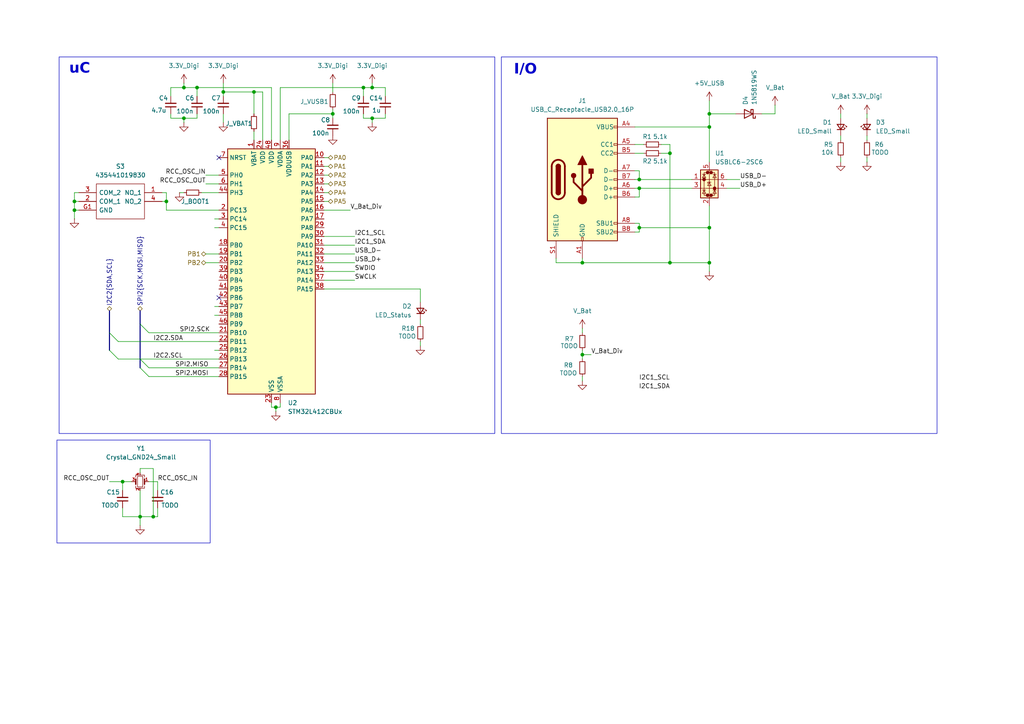
<source format=kicad_sch>
(kicad_sch (version 20231120) (generator "eeschema") (generator_version "8.0")
  (paper "A4")
  (lib_symbols
    (symbol "Connector:USB_C_Receptacle_USB2.0_16P" (pin_names (offset 1.016))
      (property "Reference" "J" (at 0 22.225 0))
      (property "Value" "USB_C_Receptacle_USB2.0_16P" (at 0 19.685 0))
      (symbol "USB_C_Receptacle_USB2.0_16P_0_0"
        (rectangle (start -0.254 -17.78) (end 0.254 -16.764))
        (rectangle (start 10.16 -14.986) (end 9.144 -15.494))
        (rectangle (start 10.16 -12.446) (end 9.144 -12.954))
        (rectangle (start 10.16 -4.826) (end 9.144 -5.334))
        (rectangle (start 10.16 -2.286) (end 9.144 -2.794))
        (rectangle (start 10.16 0.254) (end 9.144 -0.254))
        (rectangle (start 10.16 2.794) (end 9.144 2.286))
        (rectangle (start 10.16 7.874) (end 9.144 7.366))
        (rectangle (start 10.16 10.414) (end 9.144 9.906))
        (rectangle (start 10.16 15.494) (end 9.144 14.986))
      )
      (symbol "USB_C_Receptacle_USB2.0_16P_0_1"
        (rectangle (start -10.16 17.78) (end 10.16 -17.78) (stroke (width 0.254)) (fill (type background)))
        (arc (start -8.89 -3.81) (mid -6.985 -5.7067) (end -5.08 -3.81) (stroke (width 0.508)))
        (arc (start -7.62 -3.81) (mid -6.985 -4.4423) (end -6.35 -3.81) (stroke (width 0.254)))
        (arc (start -7.62 -3.81) (mid -6.985 -4.4423) (end -6.35 -3.81) (stroke (width 0.254)) (fill (type outline)))
        (rectangle (start -7.62 -3.81) (end -6.35 3.81) (stroke (width 0.254)) (fill (type outline)))
        (arc (start -6.35 3.81) (mid -6.985 4.4423) (end -7.62 3.81) (stroke (width 0.254)))
        (arc (start -6.35 3.81) (mid -6.985 4.4423) (end -7.62 3.81) (stroke (width 0.254)) (fill (type outline)))
        (arc (start -5.08 3.81) (mid -6.985 5.7067) (end -8.89 3.81) (stroke (width 0.508)))
        (circle (center -2.54 1.143) (radius 0.635) (stroke (width 0.254)) (fill (type outline)))
        (circle (center 0 -5.842) (radius 1.27) (fill (type outline)))
        (polyline (pts (xy -8.89 -3.81) (xy -8.89 3.81)) (stroke (width 0.508)))
        (polyline (pts (xy -5.08 3.81) (xy -5.08 -3.81)) (stroke (width 0.508)))
        (polyline (pts (xy 0 -5.842) (xy 0 4.318)) (stroke (width 0.508)))
        (polyline (pts (xy 0 -3.302) (xy -2.54 -0.762) (xy -2.54 0.508)) (stroke (width 0.508)))
        (polyline (pts (xy 0 -2.032) (xy 2.54 0.508) (xy 2.54 1.778)) (stroke (width 0.508)))
        (polyline (pts (xy -1.27 4.318) (xy 0 6.858) (xy 1.27 4.318) (xy -1.27 4.318)) (stroke (width 0.254)) (fill (type outline)))
        (rectangle (start 1.905 1.778) (end 3.175 3.048) (stroke (width 0.254)) (fill (type outline)))
      )
      (symbol "USB_C_Receptacle_USB2.0_16P_1_1"
        (pin passive line (at 0 -22.86 90) (length 5.08) (name "GND") (number "A1"))
        (pin passive line (at 0 -22.86 90) (length 5.08) hide (name "GND") (number "A12"))
        (pin passive line (at 15.24 15.24 180) (length 5.08) (name "VBUS") (number "A4"))
        (pin bidirectional line (at 15.24 10.16 180) (length 5.08) (name "CC1") (number "A5"))
        (pin bidirectional line (at 15.24 -2.54 180) (length 5.08) (name "D+") (number "A6"))
        (pin bidirectional line (at 15.24 2.54 180) (length 5.08) (name "D-") (number "A7"))
        (pin bidirectional line (at 15.24 -12.7 180) (length 5.08) (name "SBU1") (number "A8"))
        (pin passive line (at 15.24 15.24 180) (length 5.08) hide (name "VBUS") (number "A9"))
        (pin passive line (at 0 -22.86 90) (length 5.08) hide (name "GND") (number "B1"))
        (pin passive line (at 0 -22.86 90) (length 5.08) hide (name "GND") (number "B12"))
        (pin passive line (at 15.24 15.24 180) (length 5.08) hide (name "VBUS") (number "B4"))
        (pin bidirectional line (at 15.24 7.62 180) (length 5.08) (name "CC2") (number "B5"))
        (pin bidirectional line (at 15.24 -5.08 180) (length 5.08) (name "D+") (number "B6"))
        (pin bidirectional line (at 15.24 0 180) (length 5.08) (name "D-") (number "B7"))
        (pin bidirectional line (at 15.24 -15.24 180) (length 5.08) (name "SBU2") (number "B8"))
        (pin passive line (at 15.24 15.24 180) (length 5.08) hide (name "VBUS") (number "B9"))
        (pin passive line (at -7.62 -22.86 90) (length 5.08) (name "SHIELD") (number "S1"))
      )
    )
    (symbol "Device:C_Small" (pin_numbers hide) (pin_names (offset 0.254) hide)
      (property "Reference" "C" (at 0.254 1.778 0))
      (property "Value" "C_Small" (at 0.254 -2.032 0))
      (symbol "C_Small_0_1"
        (polyline (pts (xy -1.524 -0.508) (xy 1.524 -0.508)) (stroke (width 0.3302)))
        (polyline (pts (xy -1.524 0.508) (xy 1.524 0.508)) (stroke (width 0.3048)))
      )
      (symbol "C_Small_1_1"
        (pin passive line (at 0 2.54 270) (length 2.032) (name "~") (number "1"))
        (pin passive line (at 0 -2.54 90) (length 2.032) (name "~") (number "2"))
      )
    )
    (symbol "Device:Crystal_GND24_Small" (pin_names (offset 1.016) hide)
      (property "Reference" "Y" (at 1.27 4.445 0))
      (property "Value" "Crystal_GND24_Small" (at 1.27 2.54 0))
      (symbol "Crystal_GND24_Small_0_1"
        (rectangle (start -0.762 -1.524) (end 0.762 1.524))
        (polyline (pts (xy -1.27 -0.762) (xy -1.27 0.762)) (stroke (width 0.381)))
        (polyline (pts (xy 1.27 -0.762) (xy 1.27 0.762)) (stroke (width 0.381)))
        (polyline (pts (xy -1.27 -1.27) (xy -1.27 -1.905) (xy 1.27 -1.905) (xy 1.27 -1.27)))
        (polyline (pts (xy -1.27 1.27) (xy -1.27 1.905) (xy 1.27 1.905) (xy 1.27 1.27)))
      )
      (symbol "Crystal_GND24_Small_1_1"
        (pin passive line (at -2.54 0 0) (length 1.27) (name "1") (number "1"))
        (pin passive line (at 0 -2.54 90) (length 0.635) (name "2") (number "2"))
        (pin passive line (at 2.54 0 180) (length 1.27) (name "3") (number "3"))
        (pin passive line (at 0 2.54 270) (length 0.635) (name "4") (number "4"))
      )
    )
    (symbol "Device:LED_Small" (pin_numbers hide) (pin_names (offset 0.254) hide)
      (property "Reference" "D" (at -1.27 3.175 0))
      (property "Value" "LED_Small" (at -4.445 -2.54 0))
      (symbol "LED_Small_0_1"
        (polyline (pts (xy -0.762 -1.016) (xy -0.762 1.016)) (stroke (width 0.254)))
        (polyline (pts (xy 1.016 0) (xy -0.762 0)))
        (polyline (pts (xy 0.762 -1.016) (xy -0.762 0) (xy 0.762 1.016) (xy 0.762 -1.016)) (stroke (width 0.254)))
        (polyline (pts (xy 0 0.762) (xy -0.508 1.27) (xy -0.254 1.27) (xy -0.508 1.27) (xy -0.508 1.016)))
        (polyline (pts (xy 0.508 1.27) (xy 0 1.778) (xy 0.254 1.778) (xy 0 1.778) (xy 0 1.524)))
      )
      (symbol "LED_Small_1_1"
        (pin passive line (at -2.54 0 0) (length 1.778) (name "K") (number "1"))
        (pin passive line (at 2.54 0 180) (length 1.778) (name "A") (number "2"))
      )
    )
    (symbol "Device:R_Small" (pin_numbers hide) (pin_names (offset 0.254) hide)
      (property "Reference" "R" (at 0.762 0.508 0))
      (property "Value" "R_Small" (at 0.762 -1.016 0))
      (symbol "R_Small_0_1"
        (rectangle (start -0.762 1.778) (end 0.762 -1.778) (stroke (width 0.2032)))
      )
      (symbol "R_Small_1_1"
        (pin passive line (at 0 2.54 270) (length 0.762) (name "~") (number "1"))
        (pin passive line (at 0 -2.54 90) (length 0.762) (name "~") (number "2"))
      )
    )
    (symbol "Diode:1N5819WS" (pin_numbers hide) (pin_names (offset 1.016) hide)
      (property "Reference" "D" (at 0 2.54 0))
      (property "Value" "1N5819WS" (at 0 -2.54 0))
      (symbol "1N5819WS_0_1"
        (polyline (pts (xy 1.27 0) (xy -1.27 0)))
        (polyline (pts (xy 1.27 1.27) (xy 1.27 -1.27) (xy -1.27 0) (xy 1.27 1.27)) (stroke (width 0.254)))
        (polyline (pts (xy -1.905 0.635) (xy -1.905 1.27) (xy -1.27 1.27) (xy -1.27 -1.27) (xy -0.635 -1.27) (xy -0.635 -0.635)) (stroke (width 0.254)))
      )
      (symbol "1N5819WS_1_1"
        (pin passive line (at -3.81 0 0) (length 2.54) (name "K") (number "1"))
        (pin passive line (at 3.81 0 180) (length 2.54) (name "A") (number "2"))
      )
    )
    (symbol "FC_Library:435441019830" (pin_names (offset 0.762))
      (property "Reference" "S" (at 4.318 7.366 0))
      (property "Value" "435441019830" (at 4.318 4.826 0))
      (symbol "435441019830_0_0"
        (pin passive line (at 0 0 0) (length 5.08) (name "NO_1") (number "1"))
        (pin passive line (at 24.13 -2.54 180) (length 5.08) (name "COM_1") (number "2"))
        (pin passive line (at 24.13 0 180) (length 5.08) (name "COM_2") (number "3"))
        (pin passive line (at 0 -2.54 0) (length 5.08) (name "NO_2") (number "4"))
        (pin passive line (at 24.13 -5.08 180) (length 5.08) (name "GND") (number "G1"))
      )
      (symbol "435441019830_0_1"
        (polyline (pts (xy 5.08 2.54) (xy 19.05 2.54) (xy 19.05 -7.62) (xy 5.08 -7.62) (xy 5.08 2.54)) (stroke (width 0.1524)))
      )
    )
    (symbol "MCU_ST_STM32L4:STM32L412CBUx"
      (property "Reference" "U" (at -12.7 36.83 0))
      (property "Value" "STM32L412CBUx" (at 7.62 36.83 0))
      (symbol "STM32L412CBUx_0_1"
        (rectangle (start -12.7 -35.56) (end 12.7 35.56) (stroke (width 0.254)) (fill (type background)))
      )
      (symbol "STM32L412CBUx_1_1"
        (pin power_in line (at -5.08 38.1 270) (length 2.54) (name "VBAT") (number "1"))
        (pin bidirectional line (at 15.24 33.02 180) (length 2.54) (name "PA0") (number "10"))
        (pin bidirectional line (at 15.24 30.48 180) (length 2.54) (name "PA1") (number "11"))
        (pin bidirectional line (at 15.24 27.94 180) (length 2.54) (name "PA2") (number "12"))
        (pin bidirectional line (at 15.24 25.4 180) (length 2.54) (name "PA3") (number "13"))
        (pin bidirectional line (at 15.24 22.86 180) (length 2.54) (name "PA4") (number "14"))
        (pin bidirectional line (at 15.24 20.32 180) (length 2.54) (name "PA5") (number "15"))
        (pin bidirectional line (at 15.24 17.78 180) (length 2.54) (name "PA6") (number "16"))
        (pin bidirectional line (at 15.24 15.24 180) (length 2.54) (name "PA7") (number "17"))
        (pin bidirectional line (at -15.24 7.62 0) (length 2.54) (name "PB0") (number "18"))
        (pin bidirectional line (at -15.24 5.08 0) (length 2.54) (name "PB1") (number "19"))
        (pin bidirectional line (at -15.24 17.78 0) (length 2.54) (name "PC13") (number "2"))
        (pin bidirectional line (at -15.24 2.54 0) (length 2.54) (name "PB2") (number "20"))
        (pin bidirectional line (at -15.24 -17.78 0) (length 2.54) (name "PB10") (number "21"))
        (pin bidirectional line (at -15.24 -20.32 0) (length 2.54) (name "PB11") (number "22"))
        (pin power_in line (at 0 -38.1 90) (length 2.54) (name "VSS") (number "23"))
        (pin power_in line (at -2.54 38.1 270) (length 2.54) (name "VDD") (number "24"))
        (pin bidirectional line (at -15.24 -22.86 0) (length 2.54) (name "PB12") (number "25"))
        (pin bidirectional line (at -15.24 -25.4 0) (length 2.54) (name "PB13") (number "26"))
        (pin bidirectional line (at -15.24 -27.94 0) (length 2.54) (name "PB14") (number "27"))
        (pin bidirectional line (at -15.24 -30.48 0) (length 2.54) (name "PB15") (number "28"))
        (pin bidirectional line (at 15.24 12.7 180) (length 2.54) (name "PA8") (number "29"))
        (pin bidirectional line (at -15.24 15.24 0) (length 2.54) (name "PC14") (number "3"))
        (pin bidirectional line (at 15.24 10.16 180) (length 2.54) (name "PA9") (number "30"))
        (pin bidirectional line (at 15.24 7.62 180) (length 2.54) (name "PA10") (number "31"))
        (pin bidirectional line (at 15.24 5.08 180) (length 2.54) (name "PA11") (number "32"))
        (pin bidirectional line (at 15.24 2.54 180) (length 2.54) (name "PA12") (number "33"))
        (pin bidirectional line (at 15.24 0 180) (length 2.54) (name "PA13") (number "34"))
        (pin passive line (at 0 -38.1 90) (length 2.54) hide (name "VSS") (number "35"))
        (pin power_in line (at 5.08 38.1 270) (length 2.54) (name "VDDUSB") (number "36"))
        (pin bidirectional line (at 15.24 -2.54 180) (length 2.54) (name "PA14") (number "37"))
        (pin bidirectional line (at 15.24 -5.08 180) (length 2.54) (name "PA15") (number "38"))
        (pin bidirectional line (at -15.24 0 0) (length 2.54) (name "PB3") (number "39"))
        (pin bidirectional line (at -15.24 12.7 0) (length 2.54) (name "PC15") (number "4"))
        (pin bidirectional line (at -15.24 -2.54 0) (length 2.54) (name "PB4") (number "40"))
        (pin bidirectional line (at -15.24 -5.08 0) (length 2.54) (name "PB5") (number "41"))
        (pin bidirectional line (at -15.24 -7.62 0) (length 2.54) (name "PB6") (number "42"))
        (pin bidirectional line (at -15.24 -10.16 0) (length 2.54) (name "PB7") (number "43"))
        (pin bidirectional line (at -15.24 22.86 0) (length 2.54) (name "PH3") (number "44"))
        (pin bidirectional line (at -15.24 -12.7 0) (length 2.54) (name "PB8") (number "45"))
        (pin bidirectional line (at -15.24 -15.24 0) (length 2.54) (name "PB9") (number "46"))
        (pin passive line (at 0 -38.1 90) (length 2.54) hide (name "VSS") (number "47"))
        (pin power_in line (at 0 38.1 270) (length 2.54) (name "VDD") (number "48"))
        (pin passive line (at 0 -38.1 90) (length 2.54) hide (name "VSS") (number "49"))
        (pin bidirectional line (at -15.24 27.94 0) (length 2.54) (name "PH0") (number "5"))
        (pin bidirectional line (at -15.24 25.4 0) (length 2.54) (name "PH1") (number "6"))
        (pin input line (at -15.24 33.02 0) (length 2.54) (name "NRST") (number "7"))
        (pin power_in line (at 2.54 -38.1 90) (length 2.54) (name "VSSA") (number "8"))
        (pin power_in line (at 2.54 38.1 270) (length 2.54) (name "VDDA") (number "9"))
      )
    )
    (symbol "Power_Protection:USBLC6-2SC6" (pin_names hide)
      (property "Reference" "U" (at 0.635 5.715 0))
      (property "Value" "USBLC6-2SC6" (at 0.635 3.81 0))
      (symbol "USBLC6-2SC6_0_0"
        (circle (center -1.524 0) (radius 0.0001) (stroke (width 0.508)))
        (circle (center -0.508 -4.572) (radius 0.0001) (stroke (width 0.508)))
        (circle (center -0.508 2.032) (radius 0.0001) (stroke (width 0.508)))
        (circle (center 0.508 -4.572) (radius 0.0001) (stroke (width 0.508)))
        (circle (center 0.508 2.032) (radius 0.0001) (stroke (width 0.508)))
        (circle (center 1.524 -2.54) (radius 0.0001) (stroke (width 0.508)))
      )
      (symbol "USBLC6-2SC6_0_1"
        (polyline (pts (xy -2.54 -2.54) (xy 2.54 -2.54)))
        (polyline (pts (xy -2.54 0) (xy 2.54 0)))
        (polyline (pts (xy -2.032 -3.048) (xy -1.016 -3.048)))
        (polyline (pts (xy -1.016 1.524) (xy -2.032 1.524)))
        (polyline (pts (xy 1.016 -3.048) (xy 2.032 -3.048)))
        (polyline (pts (xy 1.016 1.524) (xy 2.032 1.524)))
        (polyline (pts (xy -0.508 -1.143) (xy -0.508 -0.762) (xy 0.508 -0.762)))
        (polyline (pts (xy -2.032 0.508) (xy -1.016 0.508) (xy -1.524 1.524) (xy -2.032 0.508)))
        (polyline (pts (xy -1.016 -4.064) (xy -2.032 -4.064) (xy -1.524 -3.048) (xy -1.016 -4.064)))
        (polyline (pts (xy 0.508 -1.778) (xy -0.508 -1.778) (xy 0 -0.762) (xy 0.508 -1.778)))
        (polyline (pts (xy 2.032 -4.064) (xy 1.016 -4.064) (xy 1.524 -3.048) (xy 2.032 -4.064)))
        (polyline (pts (xy 2.032 0.508) (xy 1.016 0.508) (xy 1.524 1.524) (xy 2.032 0.508)))
        (polyline (pts (xy 0 2.54) (xy -0.508 2.032) (xy 0.508 2.032) (xy 0 1.524) (xy 0 -4.064) (xy -0.508 -4.572) (xy 0.508 -4.572) (xy 0 -5.08)))
      )
      (symbol "USBLC6-2SC6_1_1"
        (rectangle (start -2.54 2.794) (end 2.54 -5.334) (stroke (width 0.254)) (fill (type background)))
        (polyline (pts (xy -0.508 2.032) (xy -1.524 2.032) (xy -1.524 -4.572) (xy -0.508 -4.572)))
        (polyline (pts (xy 0.508 -4.572) (xy 1.524 -4.572) (xy 1.524 2.032) (xy 0.508 2.032)))
        (pin passive line (at -5.08 0 0) (length 2.54) (name "I/O1") (number "1"))
        (pin passive line (at 0 -7.62 90) (length 2.54) (name "GND") (number "2"))
        (pin passive line (at -5.08 -2.54 0) (length 2.54) (name "I/O2") (number "3"))
        (pin passive line (at 5.08 -2.54 180) (length 2.54) (name "I/O2") (number "4"))
        (pin passive line (at 0 5.08 270) (length 2.54) (name "VBUS") (number "5"))
        (pin passive line (at 5.08 0 180) (length 2.54) (name "I/O1") (number "6"))
      )
    )
    (symbol "power:+3V3" (power) (pin_numbers hide) (pin_names (offset 0) hide)
      (property "Value" "+3V3" (at 0 3.556 0))
      (symbol "+3V3_0_1"
        (polyline (pts (xy -0.762 1.27) (xy 0 2.54)))
        (polyline (pts (xy 0 0) (xy 0 2.54)))
        (polyline (pts (xy 0 2.54) (xy 0.762 1.27)))
      )
      (symbol "+3V3_1_1"
        (pin power_in line (at 0 0 90) (length 0) (name "~") (number "1"))
      )
    )
    (symbol "power:+5V" (power) (pin_numbers hide) (pin_names (offset 0) hide)
      (property "Value" "+5V" (at 0 3.556 0))
      (symbol "+5V_0_1"
        (polyline (pts (xy -0.762 1.27) (xy 0 2.54)))
        (polyline (pts (xy 0 0) (xy 0 2.54)))
        (polyline (pts (xy 0 2.54) (xy 0.762 1.27)))
      )
      (symbol "+5V_1_1"
        (pin power_in line (at 0 0 90) (length 0) (name "~") (number "1"))
      )
    )
    (symbol "power:+6V" (power) (pin_numbers hide) (pin_names (offset 0) hide)
      (property "Value" "+6V" (at 0 3.556 0))
      (symbol "+6V_0_1"
        (polyline (pts (xy -0.762 1.27) (xy 0 2.54)))
        (polyline (pts (xy 0 0) (xy 0 2.54)))
        (polyline (pts (xy 0 2.54) (xy 0.762 1.27)))
      )
      (symbol "+6V_1_1"
        (pin power_in line (at 0 0 90) (length 0) (name "~") (number "1"))
      )
    )
    (symbol "power:GND" (power) (pin_numbers hide) (pin_names (offset 0) hide)
      (property "Value" "GND" (at 0 -3.81 0))
      (symbol "GND_0_1"
        (polyline (pts (xy 0 0) (xy 0 -1.27) (xy 1.27 -1.27) (xy 0 -2.54) (xy -1.27 -1.27) (xy 0 -1.27)))
      )
      (symbol "GND_1_1"
        (pin power_in line (at 0 0 270) (length 0) (name "~") (number "1"))
      )
    )
  )
  (junction (at 105.41 25.4))
  (junction (at 35.56 139.7))
  (junction (at 185.42 52.07))
  (junction (at 168.91 102.87))
  (junction (at 73.66 26.67))
  (junction (at 194.31 44.45))
  (junction (at 205.74 33.02))
  (junction (at 80.01 118.11))
  (junction (at 21.59 60.96))
  (junction (at 107.95 25.4))
  (junction (at 53.34 25.4))
  (junction (at 205.74 66.04))
  (junction (at 205.74 36.83))
  (junction (at 107.95 34.29))
  (junction (at 48.26 58.42))
  (junction (at 185.42 66.04))
  (junction (at 53.34 34.29))
  (junction (at 57.15 25.4))
  (junction (at 64.77 26.67))
  (junction (at 96.52 33.02))
  (junction (at 21.59 58.42))
  (junction (at 168.91 76.2))
  (junction (at 44.45 149.86))
  (junction (at 185.42 54.61))
  (junction (at 194.31 76.2))
  (junction (at 40.64 149.86))
  (junction (at 205.74 76.2))
  (no_connect (at 63.5 86.36))
  (no_connect (at 63.5 45.72))
  (bus_entry (at 31.75 96.52) (size 2.54 2.54))
  (bus_entry (at 31.75 101.6) (size 2.54 2.54))
  (bus_entry (at 40.64 104.14) (size 2.54 2.54))
  (bus_entry (at 40.64 106.68) (size 2.54 2.54))
  (bus_entry (at 40.64 93.98) (size 2.54 2.54))
  (wire (pts (xy 96.52 24.13) (xy 96.52 26.67)))
  (wire (pts (xy 95.25 48.26) (xy 93.98 48.26)))
  (wire (pts (xy 185.42 66.04) (xy 205.74 66.04)))
  (wire (pts (xy 168.91 110.49) (xy 168.91 109.22)))
  (wire (pts (xy 58.42 55.88) (xy 63.5 55.88)))
  (wire (pts (xy 53.34 35.56) (xy 53.34 34.29)))
  (wire (pts (xy 210.82 52.07) (xy 214.63 52.07)))
  (wire (pts (xy 81.28 40.64) (xy 81.28 25.4)))
  (wire (pts (xy 43.18 139.7) (xy 45.72 139.7)))
  (wire (pts (xy 49.53 34.29) (xy 49.53 33.02)))
  (wire (pts (xy 95.25 53.34) (xy 93.98 53.34)))
  (wire (pts (xy 200.66 52.07) (xy 185.42 52.07)))
  (wire (pts (xy 62.23 88.9) (xy 63.5 88.9)))
  (wire (pts (xy 191.77 44.45) (xy 194.31 44.45)))
  (wire (pts (xy 185.42 54.61) (xy 185.42 57.15)))
  (wire (pts (xy 43.18 109.22) (xy 63.5 109.22)))
  (wire (pts (xy 95.25 50.8) (xy 93.98 50.8)))
  (wire (pts (xy 52.07 55.88) (xy 53.34 55.88)))
  (wire (pts (xy 121.92 100.33) (xy 121.92 99.06)))
  (wire (pts (xy 243.84 33.02) (xy 243.84 34.29)))
  (wire (pts (xy 53.34 24.13) (xy 53.34 25.4)))
  (wire (pts (xy 168.91 101.6) (xy 168.91 102.87)))
  (wire (pts (xy 194.31 44.45) (xy 194.31 76.2)))
  (wire (pts (xy 205.74 76.2) (xy 194.31 76.2)))
  (wire (pts (xy 171.45 102.87) (xy 168.91 102.87)))
  (wire (pts (xy 107.95 25.4) (xy 111.76 25.4)))
  (wire (pts (xy 96.52 33.02) (xy 96.52 31.75)))
  (wire (pts (xy 21.59 63.5) (xy 21.59 60.96)))
  (wire (pts (xy 46.99 55.88) (xy 48.26 55.88)))
  (wire (pts (xy 93.98 81.28) (xy 102.87 81.28)))
  (wire (pts (xy 121.92 83.82) (xy 93.98 83.82)))
  (wire (pts (xy 59.69 73.66) (xy 63.5 73.66)))
  (wire (pts (xy 205.74 33.02) (xy 213.36 33.02)))
  (wire (pts (xy 62.23 66.04) (xy 63.5 66.04)))
  (wire (pts (xy 105.41 33.02) (xy 105.41 34.29)))
  (wire (pts (xy 251.46 46.99) (xy 251.46 45.72)))
  (wire (pts (xy 121.92 93.98) (xy 121.92 92.71)))
  (wire (pts (xy 185.42 64.77) (xy 185.42 66.04)))
  (wire (pts (xy 64.77 26.67) (xy 73.66 26.67)))
  (wire (pts (xy 205.74 76.2) (xy 205.74 66.04)))
  (wire (pts (xy 191.77 41.91) (xy 194.31 41.91)))
  (wire (pts (xy 49.53 27.94) (xy 49.53 25.4)))
  (wire (pts (xy 121.92 83.82) (xy 121.92 87.63)))
  (wire (pts (xy 43.18 96.52) (xy 63.5 96.52)))
  (wire (pts (xy 185.42 57.15) (xy 184.15 57.15)))
  (wire (pts (xy 161.29 76.2) (xy 161.29 74.93)))
  (wire (pts (xy 81.28 25.4) (xy 105.41 25.4)))
  (bus (pts (xy 31.75 96.52) (xy 31.75 101.6)))
  (bus (pts (xy 31.75 90.17) (xy 31.75 96.52)))
  (wire (pts (xy 105.41 25.4) (xy 105.41 27.94)))
  (wire (pts (xy 44.45 135.89) (xy 44.45 149.86)))
  (wire (pts (xy 102.87 71.12) (xy 93.98 71.12)))
  (wire (pts (xy 243.84 39.37) (xy 243.84 40.64)))
  (wire (pts (xy 45.72 149.86) (xy 45.72 147.32)))
  (wire (pts (xy 205.74 29.21) (xy 205.74 33.02)))
  (wire (pts (xy 220.98 33.02) (xy 224.79 33.02)))
  (wire (pts (xy 59.69 76.2) (xy 63.5 76.2)))
  (wire (pts (xy 185.42 52.07) (xy 184.15 52.07)))
  (wire (pts (xy 53.34 34.29) (xy 57.15 34.29)))
  (wire (pts (xy 251.46 39.37) (xy 251.46 40.64)))
  (wire (pts (xy 168.91 74.93) (xy 168.91 76.2)))
  (wire (pts (xy 102.87 68.58) (xy 93.98 68.58)))
  (wire (pts (xy 35.56 149.86) (xy 40.64 149.86)))
  (wire (pts (xy 81.28 118.11) (xy 81.28 116.84)))
  (wire (pts (xy 107.95 34.29) (xy 107.95 35.56)))
  (wire (pts (xy 107.95 24.13) (xy 107.95 25.4)))
  (wire (pts (xy 78.74 25.4) (xy 78.74 40.64)))
  (wire (pts (xy 59.69 50.8) (xy 63.5 50.8)))
  (wire (pts (xy 64.77 27.94) (xy 64.77 26.67)))
  (wire (pts (xy 105.41 25.4) (xy 107.95 25.4)))
  (wire (pts (xy 184.15 41.91) (xy 186.69 41.91)))
  (wire (pts (xy 73.66 38.1) (xy 73.66 40.64)))
  (wire (pts (xy 243.84 46.99) (xy 243.84 45.72)))
  (wire (pts (xy 44.45 149.86) (xy 45.72 149.86)))
  (wire (pts (xy 93.98 73.66) (xy 102.87 73.66)))
  (wire (pts (xy 53.34 25.4) (xy 57.15 25.4)))
  (wire (pts (xy 168.91 95.25) (xy 168.91 96.52)))
  (wire (pts (xy 205.74 66.04) (xy 205.74 59.69)))
  (wire (pts (xy 45.72 139.7) (xy 45.72 142.24)))
  (wire (pts (xy 80.01 118.11) (xy 80.01 119.38)))
  (wire (pts (xy 40.64 137.16) (xy 40.64 135.89)))
  (wire (pts (xy 34.29 104.14) (xy 40.64 104.14)))
  (wire (pts (xy 95.25 58.42) (xy 93.98 58.42)))
  (wire (pts (xy 21.59 58.42) (xy 22.86 58.42)))
  (wire (pts (xy 40.64 104.14) (xy 63.5 104.14)))
  (wire (pts (xy 35.56 149.86) (xy 35.56 147.32)))
  (wire (pts (xy 184.15 44.45) (xy 186.69 44.45)))
  (wire (pts (xy 40.64 142.24) (xy 40.64 149.86)))
  (wire (pts (xy 168.91 76.2) (xy 194.31 76.2)))
  (wire (pts (xy 111.76 34.29) (xy 111.76 33.02)))
  (wire (pts (xy 48.26 60.96) (xy 63.5 60.96)))
  (wire (pts (xy 184.15 54.61) (xy 185.42 54.61)))
  (wire (pts (xy 184.15 64.77) (xy 185.42 64.77)))
  (wire (pts (xy 40.64 149.86) (xy 44.45 149.86)))
  (wire (pts (xy 111.76 27.94) (xy 111.76 25.4)))
  (wire (pts (xy 185.42 67.31) (xy 184.15 67.31)))
  (wire (pts (xy 101.6 60.96) (xy 93.98 60.96)))
  (wire (pts (xy 73.66 26.67) (xy 76.2 26.67)))
  (wire (pts (xy 21.59 60.96) (xy 21.59 58.42)))
  (wire (pts (xy 185.42 54.61) (xy 200.66 54.61)))
  (wire (pts (xy 21.59 58.42) (xy 21.59 55.88)))
  (wire (pts (xy 205.74 33.02) (xy 205.74 36.83)))
  (wire (pts (xy 102.87 76.2) (xy 93.98 76.2)))
  (bus (pts (xy 40.64 90.17) (xy 40.64 93.98)))
  (wire (pts (xy 95.25 55.88) (xy 93.98 55.88)))
  (bus (pts (xy 40.64 104.14) (xy 40.64 106.68)))
  (wire (pts (xy 40.64 149.86) (xy 40.64 152.4)))
  (wire (pts (xy 31.75 139.7) (xy 35.56 139.7)))
  (wire (pts (xy 194.31 41.91) (xy 194.31 44.45)))
  (wire (pts (xy 76.2 26.67) (xy 76.2 40.64)))
  (wire (pts (xy 53.34 34.29) (xy 49.53 34.29)))
  (wire (pts (xy 57.15 25.4) (xy 78.74 25.4)))
  (wire (pts (xy 83.82 33.02) (xy 96.52 33.02)))
  (wire (pts (xy 46.99 58.42) (xy 48.26 58.42)))
  (wire (pts (xy 48.26 55.88) (xy 48.26 58.42)))
  (wire (pts (xy 57.15 27.94) (xy 57.15 25.4)))
  (wire (pts (xy 205.74 78.74) (xy 205.74 76.2)))
  (wire (pts (xy 62.23 63.5) (xy 63.5 63.5)))
  (wire (pts (xy 184.15 49.53) (xy 185.42 49.53)))
  (wire (pts (xy 21.59 55.88) (xy 22.86 55.88)))
  (wire (pts (xy 59.69 53.34) (xy 63.5 53.34)))
  (wire (pts (xy 64.77 24.13) (xy 64.77 26.67)))
  (wire (pts (xy 81.28 118.11) (xy 80.01 118.11)))
  (wire (pts (xy 49.53 25.4) (xy 53.34 25.4)))
  (wire (pts (xy 161.29 76.2) (xy 168.91 76.2)))
  (wire (pts (xy 34.29 99.06) (xy 63.5 99.06)))
  (wire (pts (xy 43.18 106.68) (xy 63.5 106.68)))
  (wire (pts (xy 48.26 58.42) (xy 48.26 60.96)))
  (wire (pts (xy 205.74 36.83) (xy 205.74 46.99)))
  (wire (pts (xy 251.46 33.02) (xy 251.46 34.29)))
  (wire (pts (xy 64.77 35.56) (xy 64.77 33.02)))
  (wire (pts (xy 83.82 33.02) (xy 83.82 40.64)))
  (wire (pts (xy 184.15 36.83) (xy 205.74 36.83)))
  (wire (pts (xy 78.74 118.11) (xy 78.74 116.84)))
  (wire (pts (xy 73.66 26.67) (xy 73.66 33.02)))
  (bus (pts (xy 40.64 93.98) (xy 40.64 104.14)))
  (wire (pts (xy 185.42 49.53) (xy 185.42 52.07)))
  (wire (pts (xy 40.64 135.89) (xy 44.45 135.89)))
  (wire (pts (xy 62.23 101.6) (xy 63.5 101.6)))
  (wire (pts (xy 62.23 91.44) (xy 63.5 91.44)))
  (wire (pts (xy 96.52 34.29) (xy 96.52 33.02)))
  (wire (pts (xy 105.41 34.29) (xy 107.95 34.29)))
  (wire (pts (xy 168.91 102.87) (xy 168.91 104.14)))
  (wire (pts (xy 95.25 45.72) (xy 93.98 45.72)))
  (wire (pts (xy 210.82 54.61) (xy 214.63 54.61)))
  (wire (pts (xy 224.79 33.02) (xy 224.79 30.48)))
  (wire (pts (xy 185.42 66.04) (xy 185.42 67.31)))
  (wire (pts (xy 80.01 118.11) (xy 78.74 118.11)))
  (wire (pts (xy 93.98 78.74) (xy 102.87 78.74)))
  (wire (pts (xy 21.59 60.96) (xy 22.86 60.96)))
  (wire (pts (xy 107.95 34.29) (xy 111.76 34.29)))
  (wire (pts (xy 35.56 139.7) (xy 38.1 139.7)))
  (wire (pts (xy 57.15 34.29) (xy 57.15 33.02)))
  (wire (pts (xy 35.56 139.7) (xy 35.56 142.24)))
  (rectangle (start 16.51 127.635) (end 60.96 157.48))
  (rectangle (start 17.145 16.51) (end 143.51 125.73))
  (rectangle (start 145.415 16.51) (end 271.78 125.73))
  (text "uC" (at 23.114 20.828 0) (effects (font (size 3 3))))
  (text "I/O\n" (at 152.4 21.082 0) (effects (font (size 3 3))))
  (label "SWCLK" (at 102.87 81.28 0))
  (label "I2C1_SDA" (at 102.87 71.12 0))
  (label "RCC_OSC_OUT" (at 59.69 53.34 180))
  (label "V_Bat_Div" (at 101.6 60.96 0))
  (label "RCC_OSC_IN" (at 45.72 139.7 0))
  (label "I2C2.SCL" (at 44.45 104.14 0))
  (label "SWDIO" (at 102.87 78.74 0))
  (label "SPI2.MOSI" (at 50.8 109.22 0))
  (label "I2C2.SDA" (at 44.45 99.06 0))
  (label "I2C1_SCL" (at 102.87 68.58 0))
  (label "SPI2.MISO" (at 50.8 106.68 0))
  (label "USB_D+" (at 102.87 76.2 0))
  (label "I2C1_SCL" (at 194.31 110.49 180))
  (label "RCC_OSC_IN" (at 59.69 50.8 180))
  (label "USB_D-" (at 214.63 52.07 0))
  (label "USB_D+" (at 214.63 54.61 0))
  (label "RCC_OSC_OUT" (at 31.75 139.7 180))
  (label "SPI2.SCK" (at 52.07 96.52 0))
  (label "V_Bat_Div" (at 171.45 102.87 0))
  (label "I2C1_SDA" (at 194.31 113.03 180))
  (label "USB_D-" (at 102.87 73.66 0))
  (hierarchical_label "PB1" (shape bidirectional) (at 59.69 73.66 180))
  (hierarchical_label "SPI2{SCK,MOSI,MISO}" (shape bidirectional) (at 40.64 90.17 90))
  (hierarchical_label "PA5" (shape bidirectional) (at 95.25 58.42 0))
  (hierarchical_label "I2C2{SDA,SCL}" (shape bidirectional) (at 31.75 90.17 90))
  (hierarchical_label "PA1" (shape bidirectional) (at 95.25 48.26 0))
  (hierarchical_label "PA4" (shape bidirectional) (at 95.25 55.88 0))
  (hierarchical_label "PA0" (shape bidirectional) (at 95.25 45.72 0))
  (hierarchical_label "PA3" (shape bidirectional) (at 95.25 53.34 0))
  (hierarchical_label "PA2" (shape bidirectional) (at 95.25 50.8 0))
  (hierarchical_label "PB2" (shape bidirectional) (at 59.69 76.2 180))
  (symbol (lib_id "FC_Library:435441019830") (at 46.99 55.88 0) (mirror y) (unit 1)
    (property "Reference" "S3" (at 34.925 48.26 0))
    (property "Value" "435441019830" (at 34.925 50.8 0))
    (property "Footprint" "435441019830" (effects (hide yes)))
    (property "Datasheet" "https://www.we-online.com/catalog/datasheet/435441019830.pdf" (effects (hide yes)))
    (property "Description" "Tactile Switches WS-TASV Tact Switch Washable 4.1x2.8x1.9 mm SMT" (effects (hide yes)))
    (property "Description_1" "Tactile Switches WS-TASV Tact Switch Washable 4.1x2.8x1.9 mm SMT" (effects (hide yes)))
    (property "Height" "1.9" (effects (hide yes)))
    (property "Mouser Part Number" "710-435441019830" (effects (hide yes)))
    (property "Mouser Price/Stock" "https://www.mouser.co.uk/ProductDetail/Wurth-Elektronik/435441019830?qs=ufv2HEpFn%252BQgnhl%2FsZ0Vfw%3D%3D" (effects (hide yes)))
    (property "Manufacturer_Name" "Wurth Elektronik" (effects (hide yes)))
    (property "Manufacturer_Part_Number" "435441019830" (effects (hide yes)))
  )
  (symbol (lib_id "Device:R_Small") (at 168.91 99.06 180) (unit 1)
    (property "Reference" "R7" (at 165.1 98.298 0))
    (property "Value" "TODO" (at 165.1 100.33 0))
    (property "Footprint" "Resistor_SMD:R_0603_1608Metric" (effects (hide yes)))
    (property "Description" "Resistor, small symbol" (effects (hide yes)))
    (instances (project "Flight_Controller" (path "" (reference "R7") (unit 1))) (project "GS_controller" (path "" (reference "R2") (unit 1))))
  )
  (symbol (lib_id "power:+3V3") (at 53.34 24.13 0) (unit 1)
    (property "Reference" "#PWR012" (effects (hide yes)))
    (property "Value" "3.3V_Digi" (at 53.34 19.05 0))
    (property "Description" "Power symbol creates a global label with name \"+3V3\"" (effects (hide yes)))
  )
  (symbol (lib_id "Diode:1N5819WS") (at 217.17 33.02 180) (unit 1)
    (property "Reference" "D4" (at 216.2174 30.48 90) (effects (justify right)))
    (property "Value" "1N5819WS" (at 218.7574 30.48 90) (effects (justify right)))
    (property "Footprint" "Diode_SMD:D_SOD-323" (effects (hide yes)))
    (property "Datasheet" "https://datasheet.lcsc.com/lcsc/2204281430_Guangdong-Hottech-1N5819WS_C191023.pdf" (effects (hide yes)))
    (property "Description" "40V 600mV@1A 1A SOD-323 Schottky Barrier Diodes, SOD-323" (effects (hide yes)))
  )
  (symbol (lib_id "power:GND") (at 205.74 78.74 0) (unit 1)
    (property "Reference" "#PWR04" (effects (hide yes)))
    (property "Value" "GND" (effects (hide yes)))
    (property "Description" "Power symbol creates a global label with name \"GND\" , ground" (effects (hide yes)))
  )
  (symbol (lib_id "Device:R_Small") (at 189.23 44.45 90) (mirror x) (unit 1)
    (property "Reference" "R2" (at 187.706 46.736 90))
    (property "Value" "5.1k" (at 191.516 46.736 90))
    (property "Footprint" "Resistor_SMD:R_0603_1608Metric" (effects (hide yes)))
    (property "Description" "Resistor, small symbol" (effects (hide yes)))
    (instances (project "Flight_Controller" (path "" (reference "R2") (unit 1))) (project "GS_controller" (path "" (reference "R13") (unit 1))))
  )
  (symbol (lib_id "Device:C_Small") (at 35.56 144.78 0) (mirror x) (unit 1)
    (property "Reference" "C15" (at 34.798 142.748 0) (effects (justify right)))
    (property "Value" "TODO" (at 34.544 146.558 0) (effects (justify right)))
    (property "Footprint" "Capacitor_SMD:C_0402_1005Metric" (effects (hide yes)))
    (property "Description" "Unpolarized capacitor, small symbol" (effects (hide yes)))
  )
  (symbol (lib_id "power:+3V3") (at 251.46 33.02 0) (unit 1)
    (property "Reference" "#PWR08" (effects (hide yes)))
    (property "Value" "3.3V_Digi" (at 251.46 27.94 0))
    (property "Description" "Power symbol creates a global label with name \"+3V3\"" (effects (hide yes)))
  )
  (symbol (lib_id "power:GND") (at 64.77 35.56 0) (unit 1)
    (property "Reference" "#PWR016" (effects (hide yes)))
    (property "Value" "GND" (effects (hide yes)))
    (property "Description" "Power symbol creates a global label with name \"GND\" , ground" (effects (hide yes)))
  )
  (symbol (lib_id "power:GND") (at 40.64 152.4 0) (unit 1)
    (property "Reference" "#PWR022" (effects (hide yes)))
    (property "Value" "GND" (effects (hide yes)))
    (property "Description" "Power symbol creates a global label with name \"GND\" , ground" (effects (hide yes)))
  )
  (symbol (lib_id "Device:Crystal_GND24_Small") (at 40.64 139.7 0) (mirror y) (unit 1)
    (property "Reference" "Y1" (at 40.894 130.048 0))
    (property "Value" "Crystal_GND24_Small" (at 40.894 132.588 0))
    (property "Footprint" "FC_footrpints:ABM8W480000MHZ6D1XT3" (effects (hide yes)))
    (property "Description" "Four pin crystal, GND on pins 2 and 4, small symbol" (effects (hide yes)))
  )
  (symbol (lib_id "power:+6V") (at 243.84 33.02 0) (mirror y) (unit 1)
    (property "Reference" "#PWR06" (effects (hide yes)))
    (property "Value" "V_Bat" (at 243.84 27.94 0))
    (property "Description" "Power symbol creates a global label with name \"+6V\"" (effects (hide yes)))
  )
  (symbol (lib_id "power:+6V") (at 168.91 95.25 0) (unit 1)
    (property "Reference" "#PWR023" (effects (hide yes)))
    (property "Value" "V_Bat" (at 168.91 90.17 0))
    (property "Description" "Power symbol creates a global label with name \"+6V\"" (effects (hide yes)))
  )
  (symbol (lib_id "Device:C_Small") (at 96.52 36.83 0) (mirror x) (unit 1)
    (property "Reference" "C8" (at 95.758 34.798 0) (effects (justify right)))
    (property "Value" "100n" (at 95.504 38.608 0) (effects (justify right)))
    (property "Footprint" "Capacitor_SMD:C_0402_1005Metric" (effects (hide yes)))
    (property "Description" "Unpolarized capacitor, small symbol" (effects (hide yes)))
  )
  (symbol (lib_id "Device:R_Small") (at 96.52 29.21 180) (unit 1)
    (property "Reference" "J_VUSB1" (at 91.186 29.464 0))
    (property "Value" "0" (effects (hide yes)))
    (property "Footprint" "Resistor_SMD:R_0603_1608Metric" (effects (hide yes)))
    (property "Description" "Resistor, small symbol" (effects (hide yes)))
  )
  (symbol (lib_id "Device:R_Small") (at 73.66 35.56 180) (unit 1)
    (property "Reference" "J_VBAT1" (at 69.342 35.814 0))
    (property "Value" "0" (effects (hide yes)))
    (property "Footprint" "Resistor_SMD:R_0603_1608Metric" (effects (hide yes)))
    (property "Description" "Resistor, small symbol" (effects (hide yes)))
  )
  (symbol (lib_id "Device:C_Small") (at 57.15 30.48 0) (mirror x) (unit 1)
    (property "Reference" "C6" (at 56.388 28.448 0) (effects (justify right)))
    (property "Value" "100n" (at 56.134 32.258 0) (effects (justify right)))
    (property "Footprint" "Capacitor_SMD:C_0402_1005Metric" (effects (hide yes)))
    (property "Description" "Unpolarized capacitor, small symbol" (effects (hide yes)))
  )
  (symbol (lib_id "Device:LED_Small") (at 121.92 90.17 270) (mirror x) (unit 1)
    (property "Reference" "D2" (at 119.38 88.8364 90) (effects (justify right)))
    (property "Value" "LED_Status" (at 119.38 91.3764 90) (effects (justify right)))
    (property "Footprint" "LED_SMD:LED_0603_1608Metric" (effects (hide yes)))
    (property "Description" "Light emitting diode, small symbol" (effects (hide yes)))
  )
  (symbol (lib_id "Device:R_Small") (at 168.91 106.68 180) (unit 1)
    (property "Reference" "R8" (at 164.846 105.918 0))
    (property "Value" "TODO" (at 164.846 108.204 0))
    (property "Footprint" "Resistor_SMD:R_0603_1608Metric" (effects (hide yes)))
    (property "Description" "Resistor, small symbol" (effects (hide yes)))
    (instances (project "Flight_Controller" (path "" (reference "R8") (unit 1))) (project "GS_controller" (path "" (reference "R7") (unit 1))))
  )
  (symbol (lib_id "power:GND") (at 53.34 35.56 0) (unit 1)
    (property "Reference" "#PWR013" (effects (hide yes)))
    (property "Value" "GND" (effects (hide yes)))
    (property "Description" "Power symbol creates a global label with name \"GND\" , ground" (effects (hide yes)))
  )
  (symbol (lib_id "MCU_ST_STM32L4:STM32L412CBUx") (at 78.74 78.74 0) (unit 1)
    (property "Reference" "U2" (at 83.4741 116.84 0) (effects (justify left)))
    (property "Value" "STM32L412CBUx" (at 83.4741 119.38 0) (effects (justify left)))
    (property "Footprint" "Package_DFN_QFN:QFN-48-1EP_7x7mm_P0.5mm_EP5.6x5.6mm" (effects (hide yes)))
    (property "Datasheet" "https://www.st.com/resource/en/datasheet/stm32l412cb.pdf" (effects (hide yes)))
    (property "Description" "STMicroelectronics Arm Cortex-M4 MCU, 128KB flash, 40KB RAM, 80 MHz, 1.71-3.6V, 38 GPIO, UFQFPN48" (effects (hide yes)))
    (instances (project "Flight_Controller" (path "" (reference "U2") (unit 1))) (project "GS_controller" (path "" (reference "U1") (unit 1))))
  )
  (symbol (lib_id "Device:C_Small") (at 45.72 144.78 180) (unit 1)
    (property "Reference" "C16" (at 46.482 142.748 0) (effects (justify right)))
    (property "Value" "TODO" (at 46.736 146.558 0) (effects (justify right)))
    (property "Footprint" "Capacitor_SMD:C_0402_1005Metric" (effects (hide yes)))
    (property "Description" "Unpolarized capacitor, small symbol" (effects (hide yes)))
  )
  (symbol (lib_id "Device:R_Small") (at 189.23 41.91 90) (unit 1)
    (property "Reference" "R1" (at 187.706 39.624 90))
    (property "Value" "5.1k" (at 191.516 39.624 90))
    (property "Footprint" "Resistor_SMD:R_0603_1608Metric" (effects (hide yes)))
    (property "Description" "Resistor, small symbol" (effects (hide yes)))
    (instances (project "Flight_Controller" (path "" (reference "R1") (unit 1))) (project "GS_controller" (path "" (reference "R8") (unit 1))))
  )
  (symbol (lib_id "Connector:USB_C_Receptacle_USB2.0_16P") (at 168.91 52.07 0) (unit 1)
    (property "Reference" "J1" (at 168.91 29.21 0))
    (property "Value" "USB_C_Receptacle_USB2.0_16P" (at 168.91 31.75 0))
    (property "Footprint" "FC_footrpints:GSB1C41110SSHR" (effects (hide yes)))
    (property "Datasheet" "https://www.usb.org/sites/default/files/documents/usb_type-c.zip" (effects (hide yes)))
    (property "Description" "USB 2.0-only 16P Type-C Receptacle connector" (effects (hide yes)))
  )
  (symbol (lib_id "Power_Protection:USBLC6-2SC6") (at 205.74 52.07 0) (unit 1)
    (property "Reference" "U1" (at 207.3911 44.45 0) (effects (justify left)))
    (property "Value" "USBLC6-2SC6" (at 207.3911 46.99 0) (effects (justify left)))
    (property "Footprint" "Package_TO_SOT_SMD:SOT-23-6" (effects (hide yes)))
    (property "Datasheet" "https://www.st.com/resource/en/datasheet/usblc6-2.pdf" (effects (hide yes)))
    (property "Description" "Very low capacitance ESD protection diode, 2 data-line, SOT-23-6" (effects (hide yes)))
    (instances (project "Flight_Controller" (path "" (reference "U1") (unit 1))) (project "GS_controller" (path "" (reference "U2") (unit 1))))
  )
  (symbol (lib_id "power:GND") (at 80.01 119.38 0) (mirror y) (unit 1)
    (property "Reference" "#PWR017" (effects (hide yes)))
    (property "Value" "GND" (effects (hide yes)))
    (property "Description" "Power symbol creates a global label with name \"GND\" , ground" (effects (hide yes)))
  )
  (symbol (lib_id "power:+3V3") (at 96.52 24.13 0) (unit 1)
    (property "Reference" "#PWR018" (effects (hide yes)))
    (property "Value" "3.3V_Digi" (at 96.52 19.05 0))
    (property "Description" "Power symbol creates a global label with name \"+3V3\"" (effects (hide yes)))
  )
  (symbol (lib_id "power:GND") (at 21.59 63.5 0) (unit 1)
    (property "Reference" "#PWR051" (effects (hide yes)))
    (property "Value" "GND" (effects (hide yes)))
    (property "Description" "Power symbol creates a global label with name \"GND\" , ground" (effects (hide yes)))
  )
  (symbol (lib_id "Device:R_Small") (at 243.84 43.18 180) (unit 1)
    (property "Reference" "R5" (at 240.284 41.91 0))
    (property "Value" "10k" (at 240.03 44.196 0))
    (property "Footprint" "Resistor_SMD:R_0603_1608Metric" (effects (hide yes)))
    (property "Description" "Resistor, small symbol" (effects (hide yes)))
  )
  (symbol (lib_id "power:+3V3") (at 107.95 24.13 0) (unit 1)
    (property "Reference" "#PWR020" (effects (hide yes)))
    (property "Value" "3.3V_Digi" (at 107.95 19.05 0))
    (property "Description" "Power symbol creates a global label with name \"+3V3\"" (effects (hide yes)))
  )
  (symbol (lib_id "power:GND") (at 107.95 35.56 0) (unit 1)
    (property "Reference" "#PWR021" (effects (hide yes)))
    (property "Value" "GND" (effects (hide yes)))
    (property "Description" "Power symbol creates a global label with name \"GND\" , ground" (effects (hide yes)))
  )
  (symbol (lib_id "power:+6V") (at 224.79 30.48 0) (mirror y) (unit 1)
    (property "Reference" "#PWR053" (effects (hide yes)))
    (property "Value" "V_Bat" (at 224.79 25.4 0))
    (property "Description" "Power symbol creates a global label with name \"+6V\"" (effects (hide yes)))
  )
  (symbol (lib_id "Device:C_Small") (at 49.53 30.48 0) (mirror x) (unit 1)
    (property "Reference" "C4" (at 48.768 28.448 0) (effects (justify right)))
    (property "Value" "4.7u" (at 48.26 32.004 0) (effects (justify right)))
    (property "Footprint" "Capacitor_SMD:C_0603_1608Metric" (effects (hide yes)))
    (property "Description" "Unpolarized capacitor, small symbol" (effects (hide yes)))
  )
  (symbol (lib_id "power:GND") (at 251.46 46.99 0) (mirror y) (unit 1)
    (property "Reference" "#PWR09" (effects (hide yes)))
    (property "Value" "GND" (effects (hide yes)))
    (property "Description" "Power symbol creates a global label with name \"GND\" , ground" (effects (hide yes)))
  )
  (symbol (lib_id "power:GND") (at 243.84 46.99 0) (unit 1)
    (property "Reference" "#PWR07" (effects (hide yes)))
    (property "Value" "GND" (effects (hide yes)))
    (property "Description" "Power symbol creates a global label with name \"GND\" , ground" (effects (hide yes)))
  )
  (symbol (lib_id "Device:R_Small") (at 121.92 96.52 180) (unit 1)
    (property "Reference" "R18" (at 118.364 95.25 0))
    (property "Value" "TODO" (at 118.11 97.536 0))
    (property "Footprint" "Resistor_SMD:R_0603_1608Metric" (effects (hide yes)))
    (property "Description" "Resistor, small symbol" (effects (hide yes)))
    (instances (project "Flight_Controller" (path "" (reference "R18") (unit 1))) (project "GS_controller" (path "" (reference "R1") (unit 1))))
  )
  (symbol (lib_id "Device:R_Small") (at 55.88 55.88 270) (unit 1)
    (property "Reference" "J_BOOT1" (at 56.642 58.42 90))
    (property "Value" "0" (effects (hide yes)))
    (property "Footprint" "Resistor_SMD:R_0603_1608Metric" (effects (hide yes)))
    (property "Description" "Resistor, small symbol" (effects (hide yes)))
  )
  (symbol (lib_id "power:+5V") (at 205.74 29.21 0) (unit 1)
    (property "Reference" "#PWR03" (effects (hide yes)))
    (property "Value" "+5V_USB" (at 205.74 24.13 0))
    (property "Description" "Power symbol creates a global label with name \"+5V\"" (effects (hide yes)))
  )
  (symbol (lib_id "Device:C_Small") (at 111.76 30.48 0) (mirror x) (unit 1)
    (property "Reference" "C14" (at 110.998 28.448 0) (effects (justify right)))
    (property "Value" "1u" (at 110.49 32.004 0) (effects (justify right)))
    (property "Footprint" "Capacitor_SMD:C_0603_1608Metric" (effects (hide yes)))
    (property "Description" "Unpolarized capacitor, small symbol" (effects (hide yes)))
  )
  (symbol (lib_id "Device:C_Small") (at 64.77 30.48 0) (mirror x) (unit 1)
    (property "Reference" "C7" (at 64.008 28.448 0) (effects (justify right)))
    (property "Value" "100n" (at 63.754 32.258 0) (effects (justify right)))
    (property "Footprint" "Capacitor_SMD:C_0402_1005Metric" (effects (hide yes)))
    (property "Description" "Unpolarized capacitor, small symbol" (effects (hide yes)))
  )
  (symbol (lib_id "power:GND") (at 52.07 55.88 0) (unit 1)
    (property "Reference" "#PWR052" (effects (hide yes)))
    (property "Value" "GND" (effects (hide yes)))
    (property "Description" "Power symbol creates a global label with name \"GND\" , ground" (effects (hide yes)))
  )
  (symbol (lib_id "Device:LED_Small") (at 251.46 36.83 90) (unit 1)
    (property "Reference" "D3" (at 254 35.4964 90) (effects (justify right)))
    (property "Value" "LED_Small" (at 254 38.0364 90) (effects (justify right)))
    (property "Footprint" "LED_SMD:LED_0603_1608Metric" (effects (hide yes)))
    (property "Description" "Light emitting diode, small symbol" (effects (hide yes)))
  )
  (symbol (lib_id "power:GND") (at 96.52 39.37 0) (mirror y) (unit 1)
    (property "Reference" "#PWR019" (effects (hide yes)))
    (property "Value" "GND" (effects (hide yes)))
    (property "Description" "Power symbol creates a global label with name \"GND\" , ground" (effects (hide yes)))
  )
  (symbol (lib_id "power:GND") (at 168.91 110.49 0) (unit 1)
    (property "Reference" "#PWR026" (effects (hide yes)))
    (property "Value" "GND" (effects (hide yes)))
    (property "Description" "Power symbol creates a global label with name \"GND\" , ground" (effects (hide yes)))
  )
  (symbol (lib_id "power:GND") (at 121.92 100.33 0) (mirror y) (unit 1)
    (property "Reference" "#PWR050" (effects (hide yes)))
    (property "Value" "GND" (effects (hide yes)))
    (property "Description" "Power symbol creates a global label with name \"GND\" , ground" (effects (hide yes)))
  )
  (symbol (lib_id "Device:R_Small") (at 251.46 43.18 0) (mirror x) (unit 1)
    (property "Reference" "R6" (at 255.016 41.91 0))
    (property "Value" "TODO" (at 255.27 44.196 0))
    (property "Footprint" "Resistor_SMD:R_0603_1608Metric" (effects (hide yes)))
    (property "Description" "Resistor, small symbol" (effects (hide yes)))
  )
  (symbol (lib_id "Device:LED_Small") (at 243.84 36.83 270) (mirror x) (unit 1)
    (property "Reference" "D1" (at 241.3 35.4964 90) (effects (justify right)))
    (property "Value" "LED_Small" (at 241.3 38.0364 90) (effects (justify right)))
    (property "Footprint" "LED_SMD:LED_0603_1608Metric" (effects (hide yes)))
    (property "Description" "Light emitting diode, small symbol" (effects (hide yes)))
  )
  (symbol (lib_id "Device:C_Small") (at 105.41 30.48 0) (mirror x) (unit 1)
    (property "Reference" "C9" (at 104.648 28.448 0) (effects (justify right)))
    (property "Value" "100n" (at 104.394 32.258 0) (effects (justify right)))
    (property "Footprint" "Capacitor_SMD:C_0402_1005Metric" (effects (hide yes)))
    (property "Description" "Unpolarized capacitor, small symbol" (effects (hide yes)))
  )
  (symbol (lib_id "power:+3V3") (at 64.77 24.13 0) (unit 1)
    (property "Reference" "#PWR015" (effects (hide yes)))
    (property "Value" "3.3V_Digi" (at 64.77 19.05 0))
    (property "Description" "Power symbol creates a global label with name \"+3V3\"" (effects (hide yes)))
  )
)
</source>
